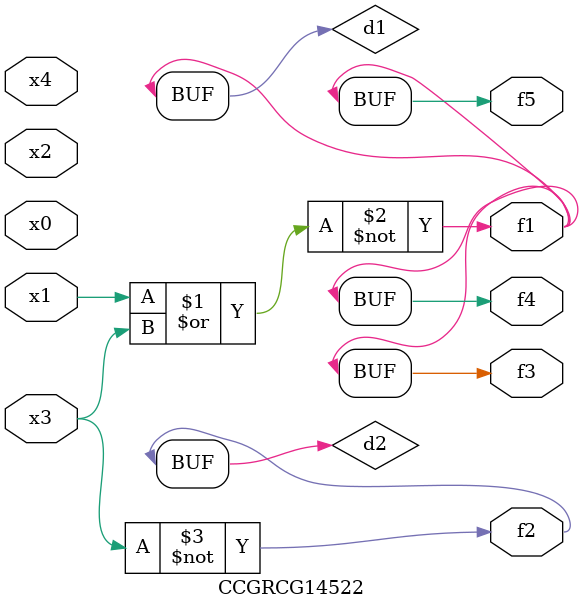
<source format=v>
module CCGRCG14522(
	input x0, x1, x2, x3, x4,
	output f1, f2, f3, f4, f5
);

	wire d1, d2;

	nor (d1, x1, x3);
	not (d2, x3);
	assign f1 = d1;
	assign f2 = d2;
	assign f3 = d1;
	assign f4 = d1;
	assign f5 = d1;
endmodule

</source>
